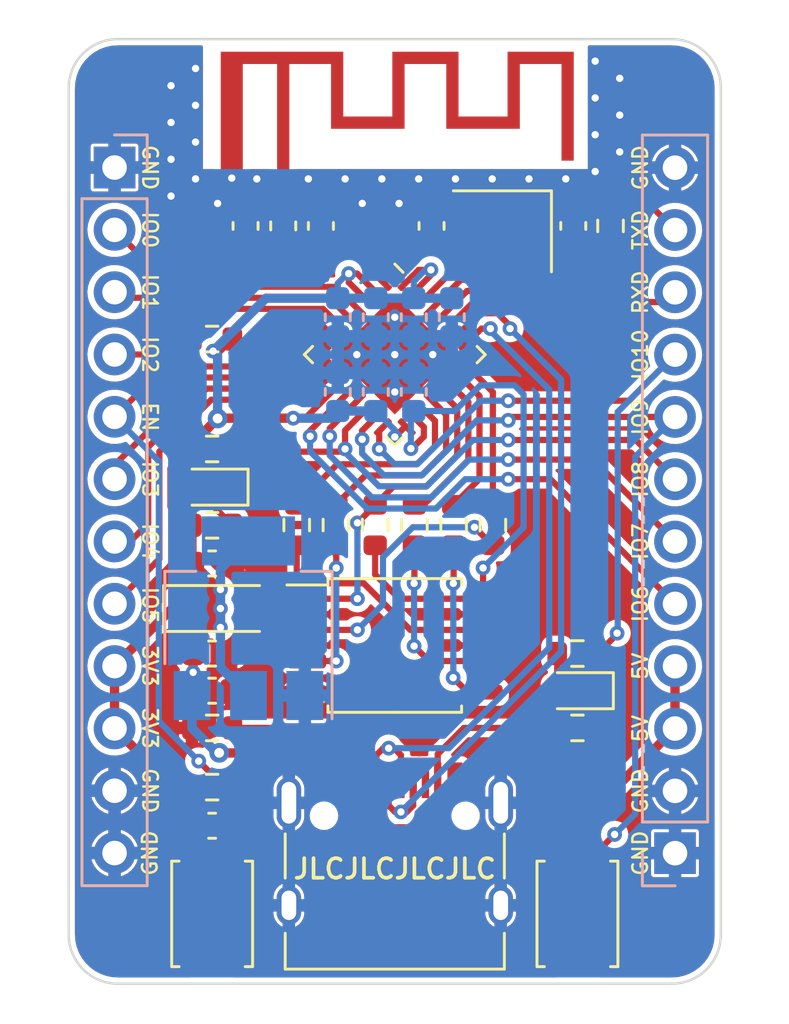
<source format=kicad_pcb>
(kicad_pcb (version 20211014) (generator pcbnew)
  (layers (0 "F.Cu" signal) (31 "B.Cu" signal) (34 "B.Paste" user) (35 "F.Paste" user) (36 "B.SilkS" user "B.Silkscreen") (37 "F.SilkS" user "F.Silkscreen") (38 "B.Mask" user) (39 "F.Mask" user) (44 "Edge.Cuts" user))
  (net 0 "")
  (net 1 "Net-(AE1-Pad1)")
  (net 2 "GND")
  (net 3 "Net-(C1-Pad2)")
  (net 4 "Net-(C2-Pad2)")
  (net 5 "VDD_SPI")
  (net 6 "+3.3V")
  (net 7 "VBUS")
  (net 8 "CHIP_EN")
  (net 9 "LNA_IN")
  (net 10 "Net-(J1-PadA5)")
  (net 11 "USB_D+")
  (net 12 "USB_D-")
  (net 13 "Net-(J1-PadB5)")
  (net 14 "GPIO0")
  (net 15 "GPIO1")
  (net 16 "GPIO2")
  (net 17 "GPIO3")
  (net 18 "GPIO4")
  (net 19 "GPIO5")
  (net 20 "GPIO6")
  (net 21 "GPIO7")
  (net 22 "GPIO8")
  (net 23 "GPIO9")
  (net 24 "GPIO10")
  (net 25 "U0RXD")
  (net 26 "U0TXD")
  (net 27 "Net-(R3-Pad1)")
  (net 28 "Net-(R4-Pad1)")
  (net 29 "SPIQ")
  (net 30 "Net-(R5-Pad1)")
  (net 31 "SPID")
  (net 32 "Net-(R6-Pad1)")
  (net 33 "SPICLK")
  (net 34 "Net-(R7-Pad1)")
  (net 35 "SPIWP")
  (net 36 "Net-(R8-Pad1)")
  (net 37 "SPIHD")
  (net 38 "SPICS0")
  (net 39 "Net-(D1-Pad2)")
  (net 40 "Net-(D2-Pad2)")
  (footprint "Package_DFN_QFN:QFN-32-1EP_5x5mm_P0.5mm_EP3.45x3.45mm" (layer "F.Cu") (at 100 97.46 -45)
    (fp_text reference "U1")
    (fp_text value "ESP32-C3")
  )
  (footprint "Capacitor_SMD:C_0603_1608Metric" (layer "F.Cu") (at 93.913301 92.215 90)
    (fp_text reference "C16")
    (fp_text value "1pF")
  )
  (footprint "Resistor_SMD:R_0603_1608Metric" (layer "F.Cu") (at 107.45 109.643154 180)
    (fp_text reference "R10")
    (fp_text value "300")
  )
  (footprint "Capacitor_SMD:C_0603_1608Metric" (layer "F.Cu") (at 92.55 116.661301 180)
    (fp_text reference "C14")
    (fp_text value "100nF")
  )
  (footprint "Resistor_SMD:R_0603_1608Metric" (layer "F.Cu") (at 104 104.4064 -90)
    (fp_text reference "R4")
    (fp_text value "100")
  )
  (footprint "Capacitor_SMD:C_0603_1608Metric" (layer "F.Cu") (at 92.55 111.158876)
    (fp_text reference "C7")
    (fp_text value "10uF")
  )
  (footprint "Capacitor_SMD:C_0603_1608Metric" (layer "F.Cu") (at 101.5 92.215 -90)
    (fp_text reference "C2")
    (fp_text value "15pF")
  )
  (footprint "RF_Antenna:Texas_SWRA117D_2.4GHz_Right" (layer "F.Cu") (at 95.450001 90.265)
    (fp_text reference "AE1")
    (fp_text value "ANT_PCB_2.4G")
  )
  (footprint "Capacitor_SMD:C_0603_1608Metric" (layer "F.Cu") (at 107.28 92.215 90)
    (fp_text reference "C1")
    (fp_text value "15pF")
  )
  (footprint "Resistor_SMD:R_0603_1608Metric" (layer "F.Cu") (at 99.2 104.4064 90)
    (fp_text reference "R12")
    (fp_text value "10k")
  )
  (footprint "Capacitor_SMD:C_0603_1608Metric" (layer "F.Cu") (at 92.55 109.643154)
    (fp_text reference "C9")
    (fp_text value "100nF")
  )
  (footprint "Resistor_SMD:R_0603_1608Metric" (layer "F.Cu") (at 96 104.4064 -90)
    (fp_text reference "R8")
    (fp_text value "100")
  )
  (footprint "Capacitor_Tantalum_SMD:CP_EIA-3216-18_Kemet-A" (layer "F.Cu") (at 92.8825 107.807432)
    (fp_text reference "C13")
    (fp_text value "10uF")
  )
  (footprint "Inductor_SMD:L_0603_1608Metric" (layer "F.Cu") (at 95.450001 92.215 90)
    (fp_text reference "L1")
    (fp_text value "2nH")
  )
  (footprint "Package_SO:SOIC-8_5.23x5.23mm_P1.27mm" (layer "F.Cu") (at 100 109.3138)
    (fp_text reference "U3")
    (fp_text value "W25Q128JVS")
  )
  (footprint "LED_SMD:LED_0603_1608Metric" (layer "F.Cu") (at 92.53 102.860266 180)
    (fp_text reference "D1")
    (fp_text value "Red")
  )
  (footprint "Resistor_SMD:R_0603_1608Metric" (layer "F.Cu") (at 107.45 112.6746)
    (fp_text reference "R2")
    (fp_text value "5.1k")
  )
  (footprint "Resistor_SMD:R_0603_1608Metric" (layer "F.Cu") (at 102.4 104.4064 -90)
    (fp_text reference "R5")
    (fp_text value "100")
  )
  (footprint "Resistor_SMD:R_0603_1608Metric" (layer "F.Cu") (at 92.55 101.304544 180)
    (fp_text reference "R14")
    (fp_text value "10k")
  )
  (footprint "Resistor_SMD:R_0603_1608Metric" (layer "F.Cu") (at 92.55 115.0876)
    (fp_text reference "R11")
    (fp_text value "10k")
  )
  (footprint "Resistor_SMD:R_0603_1608Metric" (layer "F.Cu") (at 97.6 104.4064 -90)
    (fp_text reference "R7")
    (fp_text value "100")
  )
  (footprint "LED_SMD:LED_0603_1608Metric" (layer "F.Cu") (at 107.43 111.158877 180)
    (fp_text reference "D2")
    (fp_text value "Blue")
  )
  (footprint "Project_Library:SW_3x4" (layer "F.Cu") (at 92.55 120.255 90)
    (fp_text reference "SW1")
    (fp_text value "SW_3x4")
  )
  (footprint "Capacitor_SMD:C_0603_1608Metric" (layer "F.Cu") (at 96.986701 92.215 90)
    (fp_text reference "C15")
    (fp_text value "1pF")
  )
  (footprint "Project_Library:YX_USB_C_16P" (layer "F.Cu") (at 100 118.42)
    (fp_text reference "J1")
    (fp_text value "YX_USB_C_16P")
  )
  (footprint "Resistor_SMD:R_0603_1608Metric" (layer "F.Cu") (at 92.55 112.6746 180)
    (fp_text reference "R1")
    (fp_text value "5.1k")
  )
  (footprint "Resistor_SMD:R_0603_1608Metric" (layer "F.Cu") (at 92.55 96.825)
    (fp_text reference "R13")
    (fp_text value "10k")
  )
  (footprint "Resistor_SMD:R_0603_1608Metric" (layer "F.Cu") (at 100.8 104.4064 -90)
    (fp_text reference "R6")
    (fp_text value "100")
  )
  (footprint "Project_Library:SW_3x4" (layer "F.Cu") (at 107.45 120.255 -90)
    (fp_text reference "SW2")
    (fp_text value "SW_3x4")
  )
  (footprint "Crystal:Crystal_SMD_3225-4Pin_3.2x2.5mm" (layer "F.Cu") (at 104.39 92.435 180)
    (fp_text reference "Y1")
    (fp_text value "40MHz")
  )
  (footprint "Resistor_SMD:R_0603_1608Metric" (layer "F.Cu") (at 108.8 92.215 90)
    (fp_text reference "R3")
    (fp_text value "300")
  )
  (footprint "Capacitor_SMD:C_0603_1608Metric" (layer "F.Cu") (at 92.55 105.97171)
    (fp_text reference "C12")
    (fp_text value "100nF")
  )
  (footprint "Resistor_SMD:R_0603_1608Metric" (layer "F.Cu") (at 92.55 104.415988)
    (fp_text reference "R9")
    (fp_text value "300")
  )
  (footprint "Capacitor_SMD:C_0603_1608Metric" (layer "B.Cu") (at 97.675 98.983618 90)
    (fp_text reference "C6")
    (fp_text value "100nF")
  )
  (footprint "Capacitor_SMD:C_0603_1608Metric" (layer "B.Cu") (at 99.225 98.983618 90)
    (fp_text reference "C8")
    (fp_text value "100nF")
  )
  (footprint "Capacitor_SMD:C_0603_1608Metric" (layer "B.Cu") (at 100.775 98.983618 90)
    (fp_text reference "C3")
    (fp_text value "1uF")
  )
  (footprint "Package_TO_SOT_SMD:SOT-223-3_TabPin2" (layer "B.Cu") (at 94.031 108.2042 90)
    (fp_text reference "U2")
    (fp_text value "AMS1117-3.3")
  )
  (footprint "Capacitor_SMD:C_0603_1608Metric" (layer "B.Cu") (at 102.325 95.936382 -90)
    (fp_text reference "C10")
    (fp_text value "1uF")
  )
  (footprint "Capacitor_SMD:C_0603_1608Metric" (layer "B.Cu") (at 100.775 95.936382 -90)
    (fp_text reference "C11")
    (fp_text value "100nF")
  )
  (footprint "Capacitor_SMD:C_0603_1608Metric" (layer "B.Cu") (at 97.675 95.936382 -90)
    (fp_text reference "C5")
    (fp_text value "100nF")
  )
  (footprint "Connector_PinHeader_2.54mm:PinHeader_1x12_P2.54mm_Vertical" (layer "B.Cu") (at 111.43 117.78)
    (fp_text reference "J3")
    (fp_text value "Conn_01x12")
  )
  (footprint "Connector_PinHeader_2.54mm:PinHeader_1x12_P2.54mm_Vertical" (layer "B.Cu") (at 88.57 89.835 180)
    (fp_text reference "J2")
    (fp_text value "Conn_01x12")
  )
  (footprint "Capacitor_SMD:C_0603_1608Metric" (layer "B.Cu") (at 99.225 95.936382 -90)
    (fp_text reference "C4")
    (fp_text value "10uF")
  )
  (gr_arc (start 113.300001 121.1) (mid 112.714214 122.514214) (end 111.3 123.100001) (layer "Edge.Cuts") (width 0.1))
  (gr_line (start 88.7 84.599999) (end 111.3 84.599999) (layer "Edge.Cuts") (width 0.1))
  (gr_line (start 86.7 121.1) (end 86.699999 86.6) (layer "Edge.Cuts") (width 0.1))
  (gr_arc (start 88.7 123.1) (mid 87.285786 122.514214) (end 86.7 121.1) (layer "Edge.Cuts") (width 0.1))
  (gr_line (start 88.7 123.1) (end 111.3 123.100001) (layer "Edge.Cuts") (width 0.1))
  (gr_arc (start 111.3 84.599999) (mid 112.714215 85.185785) (end 113.300001 86.6) (layer "Edge.Cuts") (width 0.1))
  (gr_arc (start 86.699999 86.6) (mid 87.285786 85.185786) (end 88.7 84.599999) (layer "Edge.Cuts") (width 0.1))
  (gr_line (start 113.300001 121.1) (end 113.300001 86.6) (layer "Edge.Cuts") (width 0.1))
  (gr_text "GND" (at 110.0136 117.780001 90) (layer "F.SilkS") (effects (font (size 0.6 0.6) (thickness 0.1))))
  (gr_text "IO4" (at 90.0136 105.075 270) (layer "F.SilkS") (effects (font (size 0.6 0.6) (thickness 0.1))))
  (gr_text "IO5" (at 90.0136 107.672143 270) (layer "F.SilkS") (effects (font (size 0.6 0.6) (thickness 0.1))))
  (gr_text "GND" (at 90.0136 89.835 270) (layer "F.SilkS") (effects (font (size 0.6 0.6) (thickness 0.1))))
  (gr_text "GND" (at 90.0136 117.775001 90) (layer "F.SilkS") (effects (font (size 0.6 0.6) (thickness 0.1))))
  (gr_text "RXD" (at 110.0136 94.920001 90) (layer "F.SilkS") (effects (font (size 0.6 0.6) (thickness 0.1))))
  (gr_text "IO9" (at 110.0136 100 90) (layer "F.SilkS") (effects (font (size 0.6 0.6) (thickness 0.1))))
  (gr_text "IO3" (at 90.0136 102.535 270) (layer "F.SilkS") (effects (font (size 0.6 0.6) (thickness 0.1))))
  (gr_text "IO1" (at 90.0136 94.915 270) (layer "F.SilkS") (effects (font (size 0.6 0.6) (thickness 0.1))))
  (gr_text "IO6" (at 110.0136 107.62 90) (layer "F.SilkS") (effects (font (size 0.6 0.6) (thickness 0.1))))
  (gr_text "GND" (at 110.0136 89.840001 90) (layer "F.SilkS") (effects (font (size 0.6 0.6) (thickness 0.1))))
  (gr_text "IO8" (at 110.0136 102.54 90) (layer "F.SilkS") (effects (font (size 0.6 0.6) (thickness 0.1))))
  (gr_text "3V3" (at 90.0136 110.155 270) (layer "F.SilkS") (effects (font (size 0.6 0.6) (thickness 0.1))))
  (gr_text "GND" (at 110.0136 115.240001 90) (layer "F.SilkS") (effects (font (size 0.6 0.6) (thickness 0.1))))
  (gr_text "GND" (at 90.0136 115.235 270) (layer "F.SilkS") (effects (font (size 0.6 0.6) (thickness 0.1))))
  (gr_text "3V3" (at 90.0136 112.695 270) (layer "F.SilkS") (effects (font (size 0.6 0.6) (thickness 0.1))))
  (gr_text "IO7" (at 110.0136 105.08 90) (layer "F.SilkS") (effects (font (size 0.6 0.6) (thickness 0.1))))
  (gr_text "IO10" (at 110.0136 97.460001 90) (layer "F.SilkS") (effects (font (size 0.6 0.6) (thickness 0.1))))
  (gr_text "EN\n" (at 90.0136 99.995 270) (layer "F.SilkS") (effects (font (size 0.6 0.6) (thickness 0.1))))
  (gr_text "IO0" (at 90.0136 92.375 270) (layer "F.SilkS") (effects (font (size 0.6 0.6) (thickness 0.1))))
  (gr_text "TXD" (at 110.0136 92.380001 90) (layer "F.SilkS") (effects (font (size 0.6 0.6) (thickness 0.1))))
  (gr_text "5V" (at 110.0136 112.7 90) (layer "F.SilkS") (effects (font (size 0.6 0.6) (thickness 0.1))))
  (gr_text "JLCJLCJLCJLC" (at 100 118.42) (layer "F.SilkS") (effects (font (size 0.8 0.8))))
  (gr_text "5V" (at 110.0136 110.16 90) (layer "F.SilkS") (effects (font (size 0.6 0.6) (thickness 0.1))))
  (gr_text "IO2" (at 90.0136 97.455 270) (layer "F.SilkS") (effects (font (size 0.6 0.6) (thickness 0.1))))
  (segment (start 95.450001 91.4275) (end 95.450001 90.265) (width 0.25) (layer "F.Cu") (net 1))
  (segment (start 93.913301 92.9642) (end 95.450001 91.4275) (width 0.25) (layer "F.Cu") (net 1))
  (segment (start 93.913301 92.99) (end 93.913301 92.9642) (width 0.25) (layer "F.Cu") (net 1))
  (segment (start 93.350001 90.945998) (end 92.997199 91.2988) (width 0.254) (layer "F.Cu") (net 2))
  (segment (start 91.725 112.6746) (end 91.809276 112.6746) (width 0.381) (layer "F.Cu") (net 2))
  (segment (start 94.3398 90.265) (end 94.3736 90.2988) (width 0.254) (layer "F.Cu") (net 2))
  (segment (start 93.350001 90.265) (end 91.9074 90.265) (width 0.254) (layer "F.Cu") (net 2))
  (segment (start 94.2325 107.807432) (end 94.2325 106.87921) (width 0.381) (layer "F.Cu") (net 2))
  (segment (start 94.2325 106.87921) (end 93.325 105.97171) (width 0.381) (layer "F.Cu") (net 2))
  (segment (start 91.9074 90.265) (end 91.8736 90.2988) (width 0.254) (layer "F.Cu") (net 2))
  (segment (start 93.350001 90.265) (end 94.3398 90.265) (width 0.254) (layer "F.Cu") (net 2))
  (segment (start 105.785 92.99) (end 105.49 93.285) (width 0.254) (layer "F.Cu") (net 2))
  (segment (start 101.5 91.44) (end 103.145 91.44) (width 0.254) (layer "F.Cu") (net 2))
  (segment (start 92.997199 91.2988) (end 92.7736 91.2988) (width 0.254) (layer "F.Cu") (net 2))
  (segment (start 103.145 91.44) (end 103.29 91.585) (width 0.254) (layer "F.Cu") (net 2))
  (segment (start 107.28 92.99) (end 105.785 92.99) (width 0.254) (layer "F.Cu") (net 2))
  (segment (start 93.350001 90.265) (end 93.350001 90.945998) (width 0.254) (layer "F.Cu") (net 2))
  (segment (start 94.2325 108.735654) (end 93.325 109.643154) (width 0.381) (layer "F.Cu") (net 2))
  (segment (start 91.809276 112.6746) (end 93.325 111.158876) (width 0.381) (layer "F.Cu") (net 2))
  (segment (start 94.2325 107.807432) (end 94.2325 108.735654) (width 0.381) (layer "F.Cu") (net 2))
  (via (at 108.1736 88.4988) (size 0.6) (drill 0.3) (layers "F.Cu" "B.Cu") (net 2))
  (via (at 109.1736 86.1988) (size 0.6) (drill 0.3) (layers "F.Cu" "B.Cu") (net 2))
  (via (at 90.8736 89.4988) (size 0.6) (drill 0.3) (layers "F.Cu" "B.Cu") (net 2))
  (via (at 100.9736 90.2988) (size 0.6) (drill 0.3) (layers "F.Cu" "B.Cu") (net 2))
  (via (at 98.45 97.46) (size 0.6) (drill 0.3) (layers "F.Cu" "B.Cu") (net 2))
  (via (at 99.4736 90.2988) (size 0.6) (drill 0.3) (layers "F.Cu" "B.Cu") (net 2))
  (via (at 94.3736 90.2988) (size 0.6) (drill 0.3) (layers "F.Cu" "B.Cu") (net 2))
  (via (at 96.4736 90.2988) (size 0.6) (drill 0.3) (layers "F.Cu" "B.Cu") (net 2))
  (via (at 92.7736 91.2988) (size 0.6) (drill 0.3) (layers "F.Cu" "B.Cu") (net 2))
  (via (at 108.1736 89.9988) (size 0.6) (drill 0.3) (layers "F.Cu" "B.Cu") (net 2))
  (via (at 91.8736 90.2988) (size 0.6) (drill 0.3) (layers "F.Cu" "B.Cu") (net 2))
  (via (at 109.1736 89.1988) (size 0.6) (drill 0.3) (layers "F.Cu" "B.Cu") (net 2))
  (via (at 109.1736 87.6988) (size 0.6) (drill 0.3) (layers "F.Cu" "B.Cu") (net 2))
  (via (at 103.9736 90.2988) (size 0.6) (drill 0.3) (layers "F.Cu" "B.Cu") (net 2))
  (via (at 100 98.983617) (size 0.6) (drill 0.3) (layers "F.Cu" "B.Cu") (net 2))
  (via (at 97.9736 90.2988) (size 0.6) (drill 0.3) (layers "F.Cu" "B.Cu") (net 2))
  (via (at 98.6736 91.2988) (size 0.6) (drill 0.3) (layers "F.Cu" "B.Cu") (net 2))
  (via (at 108.1736 86.9988) (size 0.6) (drill 0.3) (layers "F.Cu" "B.Cu") (net 2))
  (via (at 91.8736 87.2988) (size 0.6) (drill 0.3) (layers "F.Cu" "B.Cu") (net 2))
  (via (at 101.55 97.46) (size 0.6) (drill 0.3) (layers "F.Cu" "B.Cu") (net 2))
  (via (at 102.4736 90.2988) (size 0.6) (drill 0.3) (layers "F.Cu" "B.Cu") (net 2))
  (via (at 90.8736 90.9988) (size 0.6) (drill 0.3) (layers "F.Cu" "B.Cu") (net 2))
  (via (at 90.8736 86.4988) (size 0.6) (drill 0.3) (layers "F.Cu" "B.Cu") (net 2))
  (via (at 100 97.46) (size 0.6) (drill 0.3) (layers "F.Cu" "B.Cu") (net 2))
  (via (at 100 95.936381) (size 0.6) (drill 0.3) (layers "F.Cu" "B.Cu") (net 2))
  (via (at 108.1736 85.4988) (size 0.6) (drill 0.3) (layers "F.Cu" "B.Cu") (net 2))
  (via (at 91.8736 88.7988) (size 0.6) (drill 0.3) (layers "F.Cu" "B.Cu") (net 2))
  (via (at 91.8736 85.7988) (size 0.6) (drill 0.3) (layers "F.Cu" "B.Cu") (net 2))
  (via (at 100.1736 91.2988) (size 0.6) (drill 0.3) (layers "F.Cu" "B.Cu") (net 2))
  (via (at 90.8736 87.9988) (size 0.6) (drill 0.3) (layers "F.Cu" "B.Cu") (net 2))
  (via (at 105.4736 90.2988) (size 0.6) (drill 0.3) (layers "F.Cu" "B.Cu") (net 2))
  (via (at 106.9736 90.2988) (size 0.6) (drill 0.3) (layers "F.Cu" "B.Cu") (net 2))
  (segment (start 102.695447 94.411) (end 101.546796 95.559651) (width 0.254) (layer "F.Cu") (net 3))
  (segment (start 104.118 94.411) (end 102.695447 94.411) (width 0.254) (layer "F.Cu") (net 3))
  (segment (start 105.49 91.585) (end 105.39 91.585) (width 0.254) (layer "F.Cu") (net 3))
  (segment (start 105.39 91.585) (end 104.39 92.585) (width 0.254) (layer "F.Cu") (net 3))
  (segment (start 104.39 92.585) (end 104.39 94.139) (width 0.254) (layer "F.Cu") (net 3))
  (segment (start 107.279999 91.44) (end 105.635 91.44) (width 0.254) (layer "F.Cu") (net 3))
  (segment (start 104.39 94.139) (end 104.118 94.411) (width 0.254) (layer "F.Cu") (net 3))
  (segment (start 105.635 91.44) (end 105.49 91.585) (width 0.254) (layer "F.Cu") (net 3))
  (segment (start 103.29 93.285) (end 103.11434 93.285) (width 0.254) (layer "F.Cu") (net 4))
  (segment (start 103.29 93.285) (end 102.995 92.99) (width 0.254) (layer "F.Cu") (net 4))
  (segment (start 102.995 92.99) (end 101.5 92.99) (width 0.254) (layer "F.Cu") (net 4))
  (segment (start 103.11434 93.285) (end 101.193243 95.206097) (width 0.254) (layer "F.Cu") (net 4))
  (segment (start 101.184995 100.803317) (end 100.698242 101.29007) (width 0.254) (layer "F.Cu") (net 5))
  (segment (start 100.184852 107.4088) (end 103.6 107.4088) (width 0.254) (layer "F.Cu") (net 5))
  (segment (start 100.839689 100.067456) (end 101.184995 100.412762) (width 0.254) (layer "F.Cu") (net 5))
  (segment (start 99.2 105.2314) (end 99.2 106.423949) (width 0.254) (layer "F.Cu") (net 5))
  (segment (start 99.2 106.423949) (end 100.184852 107.4088) (width 0.254) (layer "F.Cu") (net 5))
  (segment (start 100.698242 101.29007) (end 100.656323 101.29007) (width 0.254) (layer "F.Cu") (net 5))
  (segment (start 101.184995 100.412762) (end 101.184995 100.803317) (width 0.254) (layer "F.Cu") (net 5))
  (segment (start 103.6 107.4088) (end 103.6 106.1553) (width 0.254) (layer "F.Cu") (net 5))
  (via (at 100.656323 101.29007) (size 0.6) (drill 0.3) (layers "F.Cu" "B.Cu") (net 5))
  (via (at 103.6 106.1553) (size 0.6) (drill 0.3) (layers "F.Cu" "B.Cu") (net 5))
  (segment (start 105.2535 99.079888) (end 105.2535 104.5018) (width 0.254) (layer "B.Cu") (net 5))
  (segment (start 100.656323 99.877295) (end 100.775 99.758618) (width 0.254) (layer "B.Cu") (net 5))
  (segment (start 100.656323 101.29007) (end 100.656323 99.877295) (width 0.254) (layer "B.Cu") (net 5))
  (segment (start 103.490148 98.7126) (end 104.886212 98.7126) (width 0.254) (layer "B.Cu") (net 5))
  (segment (start 104.886212 98.7126) (end 105.2535 99.079888) (width 0.254) (layer "B.Cu") (net 5))
  (segment (start 100.775 99.758618) (end 102.44413 99.758618) (width 0.254) (layer "B.Cu") (net 5))
  (segment (start 105.2535 104.5018) (end 103.6 106.1553) (width 0.254) (layer "B.Cu") (net 5))
  (segment (start 102.44413 99.758618) (end 103.490148 98.7126) (width 0.254) (layer "B.Cu") (net 5))
  (segment (start 92.58963 97.3181) (end 92.8819 97.3181) (width 0.254) (layer "F.Cu") (net 6))
  (segment (start 91.690588 104.415988) (end 90.9145 103.6399) (width 0.381) (layer "F.Cu") (net 6))
  (segment (start 92.835722 107.032432) (end 91.775 105.97171) (width 0.381) (layer "F.Cu") (net 6))
  (segment (start 92.888 107.032432) (end 92.122632 107.032432) (width 0.381) (layer "F.Cu") (net 6))
  (segment (start 100.486136 94.49899) (end 100.979526 94.0056) (width 0.254) (layer "F.Cu") (net 6))
  (segment (start 91.775 105.9736) (end 91.7958 105.9944) (width 0.381) (layer "F.Cu") (net 6))
  (segment (start 92.888 107.032432) (end 92.738968 107.032432) (width 0.381) (layer "F.Cu") (net 6))
  (segment (start 92.888 107.032432) (end 92.452832 107.032432) (width 0.381) (layer "F.Cu") (net 6))
  (segment (start 92.307499 108.582431) (end 91.5325 107.807432) (width 0.381) (layer "F.Cu") (net 6))
  (segment (start 91.7958 107.544132) (end 91.5325 107.807432) (width 0.381) (layer "F.Cu") (net 6))
  (segment (start 100.486136 100.42101) (end 100.397042 100.42101) (width 0.254) (layer "F.Cu") (net 6))
  (segment (start 92.5832 108.2804) (end 92.4562 108.2804) (width 0.381) (layer "F.Cu") (net 6))
  (segment (start 92.122632 107.032432) (end 92.0244 106.9342) (width 0.381) (layer "F.Cu") (net 6))
  (segment (start 92.888 108.582431) (end 92.307499 108.582431) (width 0.381) (layer "F.Cu") (net 6))
  (segment (start 92.888 107.032432) (end 92.3075 107.032432) (width 0.381) (layer "F.Cu") (net 6))
  (segment (start 99.160311 94.852544) (end 98.465767 94.158) (width 0.254) (layer "F.Cu") (net 6))
  (segment (start 92.888 107.032432) (end 92.835722 107.032432) (width 0.381) (layer "F.Cu") (net 6))
  (segment (start 92.77359 100.06309) (end 92.78588 100.0508) (width 0.381) (layer "F.Cu") (net 6))
  (segment (start 92.888 107.032432) (end 92.888 107.807432) (width 0.381) (layer "F.Cu") (net 6))
  (segment (start 91.7958 105.9944) (end 91.7958 107.544132) (width 0.381) (layer "F.Cu") (net 6))
  (segment (start 98.1204 94.5136) (end 98.1204 94.158) (width 0.254) (layer "F.Cu") (net 6))
  (segment (start 92.452832 107.032432) (end 91.999 106.5786) (width 0.381) (layer "F.Cu") (net 6))
  (segment (start 98.465767 94.158) (end 98.1204 94.158) (width 0.254) (layer "F.Cu") (net 6))
  (segment (start 92.78588 100.0508) (end 95.8598 100.0508) (width 0.381) (layer "F.Cu") (net 6))
  (segment (start 90.9145 103.6399) (end 90.9145 102.115044) (width 0.381) (layer "F.Cu") (net 6))
  (segment (start 91.725 105.92171) (end 91.775 105.97171) (width 0.381) (layer "F.Cu") (net 6))
  (segment (start 91.725 101.11168) (end 92.77359 100.06309) (width 0.381) (layer "F.Cu") (net 6))
  (segment (start 100.397042 100.42101) (end 100.001313 100.816739) (width 0.254) (layer "F.Cu") (net 6))
  (segment (start 88.57 110.155) (end 90.917568 107.807432) (width 0.381) (layer "F.Cu") (net 6))
  (segment (start 88.57 112.695) (end 88.57 110.155) (width 0.381) (layer "F.Cu") (net 6))
  (segment (start 92.738968 107.032432) (end 92.2784 107.493) (width 0.381) (layer "F.Cu") (net 6))
  (segment (start 92.888 107.807432) (end 92.888 108.582431) (width 0.381) (layer "F.Cu") (net 6))
  (segment (start 90.9626 115.0876) (end 88.57 112.695) (width 0.381) (layer "F.Cu") (net 6))
  (segment (start 101.4732 94.219033) (end 101.4732 94.0056) (width 0.254) (layer "F.Cu") (net 6))
  (segment (start 91.725 104.415988) (end 91.690588 104.415988) (width 0.381) (layer "F.Cu") (net 6))
  (segment (start 92.888 107.807432) (end 92.888 107.9756) (width 0.381) (layer "F.Cu") (net 6))
  (segment (start 90.9145 102.115044) (end 91.725 101.304544) (width 0.381) (layer "F.Cu") (net 6))
  (segment (start 97.746097 98.653243) (end 96.34854 100.0508) (width 0.254) (layer "F.Cu") (net 6))
  (segment (start 92.888 107.9756) (end 92.5832 108.2804) (width 0.381) (layer "F.Cu") (net 6))
  (segment (start 92.3075 107.032432) (end 91.5325 107.807432) (width 0.381) (layer "F.Cu") (net 6))
  (segment (start 96.34854 100.0508) (end 95.8598 100.0508) (width 0.254) (layer "F.Cu") (net 6))
  (segment (start 91.725 104.415988) (end 91.725 105.92171) (width 0.381) (layer "F.Cu") (net 6))
  (segment (start 91.725 101.304544) (end 91.725 101.11168) (width 0.381) (layer "F.Cu") (net 6))
  (segment (start 91.5325 107.807432) (end 92.888 107.807432) (width 0.381) (layer "F.Cu") (net 6))
  (segment (start 91.725 115.0876) (end 90.9626 115.0876) (width 0.381) (layer "F.Cu") (net 6))
  (segment (start 92.2784 107.493) (end 92.634 107.493) (width 0.381) (layer "F.Cu") (net 6))
  (segment (start 98.806757 95.206097) (end 98.806757 95.199957) (width 0.254) (layer "F.Cu") (net 6))
  (segment (start 100.979526 94.0056) (end 101.4732 94.0056) (width 0.254) (layer "F.Cu") (net 6))
  (segment (start 92.8819 97.3181) (end 93.375 96.825) (width 0.254) (layer "F.Cu") (net 6))
  (segment (start 100.839689 94.852544) (end 101.4732 94.219033) (width 0.254) (layer "F.Cu") (net 6))
  (segment (start 92.4562 108.2804) (end 92.2784 108.1026) (width 0.381) (layer "F.Cu") (net 6))
  (segment (start 91.775 105.97171) (end 91.775 105.9736) (width 0.381) (layer "F.Cu") (net 6))
  (segment (start 90.917568 107.807432) (end 91.5325 107.807432) (width 0.381) (layer "F.Cu") (net 6))
  (segment (start 98.806757 95.199957) (end 98.1204 94.5136) (width 0.254) (layer "F.Cu") (net 6))
  (segment (start 92.3546 108.0264) (end 92.507 108.0264) (width 0.381) (layer "F.Cu") (net 6))
  (segment (start 92.2784 108.1026) (end 92.3546 108.0264) (width 0.381) (layer "F.Cu") (net 6))
  (via (at 92.77359 100.06309) (size 0.8) (drill 0.4) (layers "F.Cu" "B.Cu") (net 6))
  (via (at 95.8598 100.0508) (size 0.6) (drill 0.3) (layers "F.Cu" "B.Cu") (net 6))
  (via (at 92.888 107.807432) (size 0.6) (drill 0.3) (layers "F.Cu" "B.Cu") (net 6))
  (via (at 92.888 107.032432) (size 0.6) (drill 0.3) (layers "F.Cu" "B.Cu") (net 6))
  (via (at 100.001313 100.816739) (size 0.6) (drill 0.3) (layers "F.Cu" "B.Cu") (net 6))
  (via (at 92.58963 97.3181) (size 0.6) (drill 0.3) (layers "F.Cu" "B.Cu") (net 6))
  (via (at 101.4732 94.0056) (size 0.6) (drill 0.3) (layers "F.Cu" "B.Cu") (net 6))
  (via (at 98.1204 94.158) (size 0.6) (drill 0.3) (layers "F.Cu" "B.Cu") (net 6))
  (via (at 92.888 108.582431) (size 0.6) (drill 0.3) (layers "F.Cu" "B.Cu") (net 6))
  (segment (start 92.888 106.985) (end 92.888 106.1972) (width 0.381) (layer "B.Cu") (net 6))
  (segment (start 92.888 107.747) (end 92.888 106.985) (width 0.381) (layer "B.Cu") (net 6))
  (segment (start 92.888 106.1972) (end 94.031 105.0542) (width 0.381) (layer "B.Cu") (net 6))
  (segment (start 100.001313 100.534931) (end 99.225 99.758618) (width 0.254) (layer "B.Cu") (net 6))
  (segment (start 99.225 99.758618) (end 97.675 99.758618) (width 0.381) (layer "B.Cu") (net 6))
  (segment (start 97.675 94.5526) (end 97.675 95.161382) (width 0.254) (layer "B.Cu") (net 6))
  (segment (start 98.1204 94.158) (end 98.0696 94.158) (width 0.254) (layer "B.Cu") (net 6))
  (segment (start 94.031 111.3542) (end 92.888 110.2112) (width 0.381) (layer "B.Cu") (net 6))
  (segment (start 97.382818 100.0508) (end 97.675 99.758618) (width 0.381) (layer "B.Cu") (net 6))
  (segment (start 101.2446 94.0056) (end 100.775 94.4752) (width 0.254) (layer "B.Cu") (net 6))
  (segment (start 99.225 95.161382) (end 100.775 95.161382) (width 0.381) (layer "B.Cu") (net 6))
  (segment (start 94.746348 95.161382) (end 97.675 95.161382) (width 0.381) (layer "B.Cu") (net 6))
  (segment (start 92.888 110.2112) (end 92.888 108.5852) (width 0.381) (layer "B.Cu") (net 6))
  (segment (start 97.675 95.161382) (end 99.225 95.161382) (width 0.381) (layer "B.Cu") (net 6))
  (segment (start 92.77359 97.50206) (end 92.58963 97.3181) (width 0.381) (layer "B.Cu") (net 6))
  (segment (start 100.775 94.4752) (end 100.775 95.161382) (width 0.254) (layer "B.Cu") (net 6))
  (segment (start 92.77359 100.06309) (end 92.77359 97.50206) (width 0.381) (layer "B.Cu") (net 6))
  (segment (start 92.58963 97.3181) (end 94.746348 95.161382) (width 0.381) (layer "B.Cu") (net 6))
  (segment (start 92.888 108.5852) (end 92.888 107.747) (width 0.381) (layer "B.Cu") (net 6))
  (segment (start 98.0696 94.158) (end 97.675 94.5526) (width 0.254) (layer "B.Cu") (net 6))
  (segment (start 100.001313 100.816739) (end 100.001313 100.534931) (width 0.254) (layer "B.Cu") (net 6))
  (segment (start 101.4732 94.0056) (end 101.2446 94.0056) (width 0.254) (layer "B.Cu") (net 6))
  (segment (start 100.775 95.161382) (end 102.325 95.161382) (width 0.381) (layer "B.Cu") (net 6))
  (segment (start 95.8598 100.0508) (end 97.382818 100.0508) (width 0.381) (layer "B.Cu") (net 6))
  (segment (start 102.45 115.5837) (end 102.45 114.81) (width 0.381) (layer "F.Cu") (net 7))
  (segment (start 97.55 114.0092) (end 97.55 114.81) (width 0.381) (layer "F.Cu") (net 7))
  (segment (start 111.43 112.7) (end 106.9312 117.1988) (width 0.381) (layer "F.Cu") (net 7))
  (segment (start 101.6515 117.1988) (end 101.2432 116.7905) (width 0.381) (layer "F.Cu") (net 7))
  (segment (start 111.43 110.16) (end 111.43 112.7) (width 0.381) (layer "F.Cu") (net 7))
  (segment (start 92.8372 113.6906) (end 92.8372 113.686) (width 0.381) (layer "F.Cu") (net 7))
  (segment (start 92.8411 113.6945) (end 97.2353 113.6945) (width 0.381) (layer "F.Cu") (net 7))
  (segment (start 97.55 114.81) (end 97.55 115.5837) (width 0.381) (layer "F.Cu") (net 7))
  (segment (start 91.775 110.4094) (end 91.775 111.158876) (width 0.381) (layer "F.Cu") (net 7))
  (segment (start 97.2353 113.6945) (end 97.55 114.0092) (width 0.381) (layer "F.Cu") (net 7))
  (segment (start 91.775 109.643154) (end 91.775 110.4094) (width 0.381) (layer "F.Cu") (net 7))
  (segment (start 97.55 115.5837) (end 98.7568 116.7905) (width 0.381) (layer "F.Cu") (net 7))
  (segment (start 106.9312 117.1988) (end 101.6515 117.1988) (width 0.381) (layer "F.Cu") (net 7))
  (segment (start 101.2432 116.7905) (end 102.45 115.5837) (width 0.381) (layer "F.Cu") (net 7))
  (segment (start 98.7568 116.7905) (end 101.2432 116.7905) (width 0.381) (layer "F.Cu") (net 7))
  (segment (start 92.8372 113.6906) (end 92.8411 113.6945) (width 0.381) (layer "F.Cu") (net 7))
  (via (at 91.775 110.4094) (size 0.6) (drill 0.3) (layers "F.Cu" "B.Cu") (net 7))
  (via (at 92.8372 113.6906) (size 0.8) (drill 0.4) (layers "F.Cu" "B.Cu") (net 7))
  (segment (start 91.731 110.4534) (end 91.775 110.4094) (width 0.381) (layer "B.Cu") (net 7))
  (segment (start 92.7356 113.6906) (end 91.731 112.686) (width 0.381) (layer "B.Cu") (net 7))
  (segment (start 92.8372 113.6906) (end 92.7356 113.6906) (width 0.381) (layer "B.Cu") (net 7))
  (segment (start 91.731 111.3542) (end 91.731 110.4534) (width 0.381) (layer "B.Cu") (net 7))
  (segment (start 91.731 112.686) (end 91.731 111.3542) (width 0.381) (layer "B.Cu") (net 7))
  (segment (start 90.6224 97.9426) (end 88.57 99.995) (width 0.25) (layer "F.Cu") (net 8))
  (segment (start 96.817033 96.0448) (end 95.393486 96.0448) (width 0.25) (layer "F.Cu") (net 8))
  (segment (start 92.003077 114.028277) (end 93.0624 115.0876) (width 0.25) (layer "F.Cu") (net 8))
  (segment (start 93.325 116.661301) (end 93.325 117.43) (width 0.25) (layer "F.Cu") (net 8))
  (segment (start 95.393486 96.0448) (end 93.495686 97.9426) (width 0.25) (layer "F.Cu") (net 8))
  (segment (start 93.375 116.611301) (end 93.325 116.661301) (width 0.25) (layer "F.Cu") (net 8))
  (segment (start 93.375 115.0876) (end 93.375 116.611301) (width 0.25) (layer "F.Cu") (net 8))
  (segment (start 93.0624 115.0876) (end 93.375 115.0876) (width 0.25) (layer "F.Cu") (net 8))
  (segment (start 97.392544 96.620311) (end 96.817033 96.0448) (width 0.25) (layer "F.Cu") (net 8))
  (segment (start 92.003077 114.027264) (end 92.003077 114.028277) (width 0.25) (layer "F.Cu") (net 8))
  (segment (start 93.325 117.43) (end 92.55 118.205) (width 0.25) (layer "F.Cu") (net 8))
  (segment (start 93.495686 97.9426) (end 90.6224 97.9426) (width 0.25) (layer "F.Cu") (net 8))
  (via (at 92.003077 114.027264) (size 0.6) (drill 0.3) (layers "F.Cu" "B.Cu") (net 8))
  (segment (start 92.003077 114.027264) (end 90.3736 112.397787) (width 0.25) (layer "B.Cu") (net 8))
  (segment (start 90.3736 112.397787) (end 90.3736 101.7986) (width 0.25) (layer "B.Cu") (net 8))
  (segment (start 90.3736 101.7986) (end 88.57 99.995) (width 0.25) (layer "B.Cu") (net 8))
  (segment (start 95.450001 93.0025) (end 96.974201 93.0025) (width 0.25) (layer "F.Cu") (net 9))
  (segment (start 98.004874 92.99) (end 96.986701 92.99) (width 0.25) (layer "F.Cu") (net 9))
  (segment (start 96.974201 93.0025) (end 96.986701 92.99) (width 0.25) (layer "F.Cu") (net 9))
  (segment (start 99.513864 94.49899) (end 98.004874 92.99) (width 0.25) (layer "F.Cu") (net 9))
  (segment (start 97.6806 112.6746) (end 98.75 113.744) (width 0.254) (layer "F.Cu") (net 10))
  (segment (start 93.375 112.6746) (end 97.6806 112.6746) (width 0.254) (layer "F.Cu") (net 10))
  (segment (start 98.75 113.744) (end 98.75 114.81) (width 0.254) (layer "F.Cu") (net 10))
  (segment (start 100.489 116.1) (end 100.75 115.839) (width 0.254) (layer "F.Cu") (net 11))
  (segment (start 100.011 116.1) (end 99.75 115.839) (width 0.254) (layer "F.Cu") (net 11))
  (segment (start 104.188445 95.773) (end 104.699503 96.284059) (width 0.254) (layer "F.Cu") (net 11))
  (segment (start 102.607456 96.620311) (end 103.454767 95.773) (width 0.254) (layer "F.Cu") (net 11))
  (segment (start 100.75 115.839) (end 100.75 114.809999) (width 0.254) (layer "F.Cu") (net 11))
  (segment (start 100.25 116.1) (end 100.489 116.1) (width 0.254) (layer "F.Cu") (net 11))
  (segment (start 104.699503 96.284059) (end 104.699503 96.4) (width 0.254) (layer "F.Cu") (net 11))
  (segment (start 100.25 116.1) (end 100.011 116.1) (width 0.254) (layer "F.Cu") (net 11))
  (segment (start 103.454767 95.773) (end 104.188445 95.773) (width 0.254) (layer "F.Cu") (net 11))
  (segment (start 99.75 115.839) (end 99.75 114.81) (width 0.254) (layer "F.Cu") (net 11))
  (via (at 100.25 116.1) (size 0.6) (drill 0.3) (layers "F.Cu" "B.Cu") (net 11))
  (via (at 104.699503 96.4) (size 0.6) (drill 0.3) (layers "F.Cu" "B.Cu") (net 11))
  (segment (start 106.7818 98.482297) (end 104.699503 96.4) (width 0.254) (layer "B.Cu") (net 11))
  (segment (start 106.7818 109.5682) (end 106.7818 98.482297) (width 0.254) (layer "B.Cu") (net 11))
  (segment (start 100.25 116.1) (end 106.7818 109.5682) (width 0.254) (layer "B.Cu") (net 11))
  (segment (start 99.75 113.5) (end 99.969 113.5) (width 0.254) (layer "F.Cu") (net 12))
  (segment (start 99.530999 113.5) (end 99.249999 113.781) (width 0.254) (layer "F.Cu") (net 12))
  (segment (start 103.534874 96.4) (end 103.9 96.4) (width 0.254) (layer "F.Cu") (net 12))
  (segment (start 99.75 113.5) (end 99.530999 113.5) (width 0.254) (layer "F.Cu") (net 12))
  (segment (start 99.249999 113.781) (end 99.25 114.809999) (width 0.254) (layer "F.Cu") (net 12))
  (segment (start 99.969 113.5) (end 100.25 113.781) (width 0.254) (layer "F.Cu") (net 12))
  (segment (start 102.96101 96.973864) (end 103.534874 96.4) (width 0.254) (layer "F.Cu") (net 12))
  (segment (start 100.25 113.781) (end 100.25 114.81) (width 0.254) (layer "F.Cu") (net 12))
  (via (at 103.9 96.4) (size 0.6) (drill 0.3) (layers "F.Cu" "B.Cu") (net 12))
  (via (at 99.75 113.5) (size 0.6) (drill 0.3) (layers "F.Cu" "B.Cu") (net 12))
  (segment (start 106.2992 98.886409) (end 103.9 96.487209) (width 0.254) (layer "B.Cu") (net 12))
  (segment (start 106.2992 109.408748) (end 106.2992 98.886409) (width 0.254) (layer "B.Cu") (net 12))
  (segment (start 99.75 113.5) (end 102.207948 113.5) (width 0.254) (layer "B.Cu") (net 12))
  (segment (start 102.207948 113.5) (end 106.2992 109.408748) (width 0.254) (layer "B.Cu") (net 12))
  (segment (start 103.9 96.487209) (end 103.9 96.4) (width 0.254) (layer "B.Cu") (net 12))
  (segment (start 101.75 113.744) (end 102.8194 112.6746) (width 0.254) (layer "F.Cu") (net 13))
  (segment (start 101.75 114.81) (end 101.75 113.744) (width 0.254) (layer "F.Cu") (net 13))
  (segment (start 102.8194 112.6746) (end 106.625 112.6746) (width 0.254) (layer "F.Cu") (net 13))
  (segment (start 98.453204 95.559651) (end 97.588353 94.6948) (width 0.25) (layer "F.Cu") (net 14))
  (segment (start 97.588353 94.6948) (end 90.8898 94.6948) (width 0.25) (layer "F.Cu") (net 14))
  (segment (start 90.8898 94.6948) (end 88.57 92.375) (width 0.25) (layer "F.Cu") (net 14))
  (segment (start 97.331247 95.1448) (end 98.099651 95.913204) (width 0.25) (layer "F.Cu") (net 15))
  (segment (start 88.57 94.915) (end 88.7998 95.1448) (width 0.25) (layer "F.Cu") (net 15))
  (segment (start 88.7998 95.1448) (end 97.331247 95.1448) (width 0.25) (layer "F.Cu") (net 15))
  (segment (start 92.9552 95.5948) (end 91.725 96.825) (width 0.25) (layer "F.Cu") (net 16))
  (segment (start 97.07414 95.5948) (end 92.9552 95.5948) (width 0.25) (layer "F.Cu") (net 16))
  (segment (start 97.746097 96.266757) (end 97.07414 95.5948) (width 0.25) (layer "F.Cu") (net 16))
  (segment (start 91.095 97.455) (end 91.725 96.825) (width 0.25) (layer "F.Cu") (net 16))
  (segment (start 88.57 97.455) (end 91.095 97.455) (width 0.25) (layer "F.Cu") (net 16))
  (segment (start 97.03899 96.973864) (end 96.559926 96.4948) (width 0.25) (layer "F.Cu") (net 17))
  (segment (start 88.57 101.957977) (end 88.57 102.535) (width 0.25) (layer "F.Cu") (net 17))
  (segment (start 96.559926 96.4948) (end 95.579882 96.4948) (width 0.25) (layer "F.Cu") (net 17))
  (segment (start 93.682082 98.3926) (end 92.135377 98.3926) (width 0.25) (layer "F.Cu") (net 17))
  (segment (start 92.135377 98.3926) (end 88.57 101.957977) (width 0.25) (layer "F.Cu") (net 17))
  (segment (start 95.579882 96.4948) (end 93.682082 98.3926) (width 0.25) (layer "F.Cu") (net 17))
  (segment (start 88.57 105.075) (end 89.21 105.075) (width 0.254) (layer "F.Cu") (net 18))
  (segment (start 96.140526 98.8446) (end 97.03899 97.946136) (width 0.254) (layer "F.Cu") (net 18))
  (segment (start 89.943 101.224201) (end 92.322601 98.8446) (width 0.254) (layer "F.Cu") (net 18))
  (segment (start 89.21 105.075) (end 89.943 104.342) (width 0.254) (layer "F.Cu") (net 18))
  (segment (start 89.943 104.342) (end 89.943 101.224201) (width 0.254) (layer "F.Cu") (net 18))
  (segment (start 92.322601 98.8446) (end 96.140526 98.8446) (width 0.254) (layer "F.Cu") (net 18))
  (segment (start 92.510653 99.2986) (end 90.397 101.412253) (width 0.254) (layer "F.Cu") (net 19))
  (segment (start 90.397 101.412253) (end 90.397 105.788) (width 0.254) (layer "F.Cu") (net 19))
  (segment (start 97.392544 98.299689) (end 96.393633 99.2986) (width 0.254) (layer "F.Cu") (net 19))
  (segment (start 96.393633 99.2986) (end 92.510653 99.2986) (width 0.254) (layer "F.Cu") (net 19))
  (segment (start 90.397 105.788) (end 88.57 107.615) (width 0.254) (layer "F.Cu") (net 19))
  (segment (start 96.54662 100.559827) (end 96.54662 100.789855) (width 0.254) (layer "F.Cu") (net 20))
  (segment (start 104.6265 102.537612) (end 106.347612 102.537612) (width 0.254) (layer "F.Cu") (net 20))
  (segment (start 98.099651 99.006796) (end 96.54662 100.559827) (width 0.254) (layer "F.Cu") (net 20))
  (segment (start 106.347612 102.537612) (end 111.43 107.62) (width 0.254) (layer "F.Cu") (net 20))
  (via (at 96.54662 100.789855) (size 0.6) (drill 0.3) (layers "F.Cu" "B.Cu") (net 20))
  (via (at 104.6265 102.537612) (size 0.6) (drill 0.3) (layers "F.Cu" "B.Cu") (net 20))
  (segment (start 98.873028 103.73307) (end 101.679938 103.73307) (width 0.254) (layer "B.Cu") (net 20))
  (segment (start 101.679938 103.73307) (end 102.875396 102.537612) (width 0.254) (layer "B.Cu") (net 20))
  (segment (start 102.875396 102.537612) (end 104.6265 102.537612) (width 0.254) (layer "B.Cu") (net 20))
  (segment (start 96.54662 101.406662) (end 98.873028 103.73307) (width 0.254) (layer "B.Cu") (net 20))
  (segment (start 96.54662 100.789855) (end 96.54662 101.406662) (width 0.254) (layer "B.Cu") (net 20))
  (segment (start 98.453204 99.360349) (end 97.346122 100.467431) (width 0.254) (layer "F.Cu") (net 21))
  (segment (start 104.6265 101.738109) (end 108.088109 101.738109) (width 0.254) (layer "F.Cu") (net 21))
  (segment (start 108.088109 101.738109) (end 111.43 105.08) (width 0.254) (layer "F.Cu") (net 21))
  (segment (start 97.346122 100.467431) (end 97.346122 100.789355) (width 0.254) (layer "F.Cu") (net 21))
  (via (at 97.346122 100.789355) (size 0.6) (drill 0.3) (layers "F.Cu" "B.Cu") (net 21))
  (via (at 104.6265 101.738109) (size 0.6) (drill 0.3) (layers "F.Cu" "B.Cu") (net 21))
  (segment (start 97.346122 101.564112) (end 99.06108 103.27907) (width 0.254) (layer "B.Cu") (net 21))
  (segment (start 97.346122 100.789355) (end 97.346122 101.564112) (width 0.254) (layer "B.Cu") (net 21))
  (segment (start 103.032847 101.738109) (end 104.6265 101.738109) (width 0.254) (layer "B.Cu") (net 21))
  (segment (start 101.491886 103.27907) (end 103.032847 101.738109) (width 0.254) (layer "B.Cu") (net 21))
  (segment (start 99.06108 103.27907) (end 101.491886 103.27907) (width 0.254) (layer "B.Cu") (net 21))
  (segment (start 93.486811 101.416355) (end 97.860167 101.416355) (width 0.254) (layer "F.Cu") (net 22))
  (segment (start 93.375 101.304544) (end 93.486811 101.416355) (width 0.254) (layer "F.Cu") (net 22))
  (segment (start 104.6265 100.938606) (end 109.828606 100.938606) (width 0.254) (layer "F.Cu") (net 22))
  (segment (start 109.828606 100.938606) (end 111.43 102.54) (width 0.254) (layer "F.Cu") (net 22))
  (segment (start 97.860167 101.416355) (end 97.972622 101.3039) (width 0.254) (layer "F.Cu") (net 22))
  (segment (start 97.972622 100.548038) (end 98.806757 99.713903) (width 0.254) (layer "F.Cu") (net 22))
  (segment (start 97.972622 101.3039) (end 97.972622 100.548038) (width 0.254) (layer "F.Cu") (net 22))
  (via (at 104.6265 100.938606) (size 0.6) (drill 0.3) (layers "F.Cu" "B.Cu") (net 22))
  (via (at 97.972622 101.3039) (size 0.6) (drill 0.3) (layers "F.Cu" "B.Cu") (net 22))
  (segment (start 103.190299 100.938606) (end 104.6265 100.938606) (width 0.254) (layer "B.Cu") (net 22))
  (segment (start 97.972622 101.3039) (end 97.972622 101.440286) (width 0.254) (layer "B.Cu") (net 22))
  (segment (start 97.972622 101.440286) (end 99.357406 102.82507) (width 0.254) (layer "B.Cu") (net 22))
  (segment (start 99.357406 102.82507) (end 101.303836 102.82507) (width 0.254) (layer "B.Cu") (net 22))
  (segment (start 101.303836 102.82507) (end 103.190299 100.938606) (width 0.254) (layer "B.Cu") (net 22))
  (segment (start 108.9662 117.018) (end 107.7792 118.205) (width 0.254) (layer "F.Cu") (net 23))
  (segment (start 98.66881 100.558957) (end 99.160311 100.067456) (width 0.254) (layer "F.Cu") (net 23))
  (segment (start 98.66881 100.910805) (end 98.66881 100.558957) (width 0.254) (layer "F.Cu") (net 23))
  (segment (start 104.6265 100.139103) (end 104.765603 100) (width 0.254) (layer "F.Cu") (net 23))
  (segment (start 107.7792 118.205) (end 107.45 118.205) (width 0.254) (layer "F.Cu") (net 23))
  (segment (start 104.765603 100) (end 111.43 100) (width 0.254) (layer "F.Cu") (net 23))
  (via (at 108.9662 117.018) (size 0.6) (drill 0.3) (layers "F.Cu" "B.Cu") (net 23))
  (via (at 98.66881 100.910805) (size 0.6) (drill 0.3) (layers "F.Cu" "B.Cu") (net 23))
  (via (at 104.6265 100.139103) (size 0.6) (drill 0.3) (layers "F.Cu" "B.Cu") (net 23))
  (segment (start 98.66881 100.910805) (end 98.66881 101.494422) (width 0.254) (layer "B.Cu") (net 23))
  (segment (start 101.115783 102.37107) (end 103.347749 100.139103) (width 0.254) (layer "B.Cu") (net 23))
  (segment (start 103.347749 100.139103) (end 104.6265 100.139103) (width 0.254) (layer "B.Cu") (net 23))
  (segment (start 109.8044 113.97) (end 109.8044 116.1798) (width 0.254) (layer "B.Cu") (net 23))
  (segment (start 98.66881 101.494422) (end 99.545458 102.37107) (width 0.254) (layer "B.Cu") (net 23))
  (segment (start 99.545458 102.37107) (end 101.115783 102.37107) (width 0.254) (layer "B.Cu") (net 23))
  (segment (start 109.8044 101.6256) (end 109.8044 113.97) (width 0.254) (layer "B.Cu") (net 23))
  (segment (start 111.43 100) (end 109.8044 101.6256) (width 0.254) (layer "B.Cu") (net 23))
  (segment (start 109.8044 116.1798) (end 108.9662 117.018) (width 0.254) (layer "B.Cu") (net 23))
  (segment (start 109.5504 99.3396) (end 111.43 97.46) (width 0.254) (layer "F.Cu") (net 24))
  (segment (start 104.6265 99.3396) (end 109.5504 99.3396) (width 0.254) (layer "F.Cu") (net 24))
  (segment (start 99.365 100.569874) (end 99.365 101.3039) (width 0.254) (layer "F.Cu") (net 24))
  (segment (start 109.0678 108.8138) (end 109.0678 108.850354) (width 0.254) (layer "F.Cu") (net 24))
  (segment (start 99.513864 100.42101) (end 99.365 100.569874) (width 0.254) (layer "F.Cu") (net 24))
  (segment (start 109.0678 108.850354) (end 108.275 109.643154) (width 0.254) (layer "F.Cu") (net 24))
  (via (at 109.0678 108.8138) (size 0.6) (drill 0.3) (layers "F.Cu" "B.Cu") (net 24))
  (via (at 99.365 101.3039) (size 0.6) (drill 0.3) (layers "F.Cu" "B.Cu") (net 24))
  (via (at 104.6265 99.3396) (size 0.6) (drill 0.3) (layers "F.Cu" "B.Cu") (net 24))
  (segment (start 109.0932 108.7884) (end 109.0932 99.7968) (width 0.254) (layer "B.Cu") (net 24))
  (segment (start 99.97817 101.91707) (end 100.92773 101.91707) (width 0.254) (layer "B.Cu") (net 24))
  (segment (start 103.5052 99.3396) (end 104.6265 99.3396) (width 0.254) (layer "B.Cu") (net 24))
  (segment (start 100.92773 101.91707) (end 103.5052 99.3396) (width 0.254) (layer "B.Cu") (net 24))
  (segment (start 99.365 101.3039) (end 99.97817 101.91707) (width 0.254) (layer "B.Cu") (net 24))
  (segment (start 109.0678 108.8138) (end 109.0932 108.7884) (width 0.254) (layer "B.Cu") (net 24))
  (segment (start 109.0932 99.7968) (end 111.43 97.46) (width 0.254) (layer "B.Cu") (net 24))
  (segment (start 103.20166 95.319001) (end 111.031 95.319) (width 0.254) (layer "F.Cu") (net 25))
  (segment (start 111.031 95.319) (end 111.43 94.92) (width 0.254) (layer "F.Cu") (net 25))
  (segment (start 102.253904 96.266757) (end 103.20166 95.319001) (width 0.254) (layer "F.Cu") (net 25))
  (segment (start 108.8 91.39) (end 110.44 91.39) (width 0.254) (layer "F.Cu") (net 26))
  (segment (start 110.44 91.39) (end 111.43 92.38) (width 0.254) (layer "F.Cu") (net 26))
  (segment (start 101.900349 95.913204) (end 102.948553 94.865) (width 0.254) (layer "F.Cu") (net 27))
  (segment (start 106.975 94.865) (end 108.8 93.04) (width 0.254) (layer "F.Cu") (net 27))
  (segment (start 102.948553 94.865) (end 106.975 94.865) (width 0.254) (layer "F.Cu") (net 27))
  (segment (start 102.96101 97.946136) (end 104 98.985127) (width 0.254) (layer "F.Cu") (net 28))
  (segment (start 104 98.985127) (end 104 103.5814) (width 0.254) (layer "F.Cu") (net 28))
  (segment (start 96.4 108.6788) (end 98.476 108.6788) (width 0.254) (layer "F.Cu") (net 29))
  (segment (start 103.9868 105.2314) (end 103.2512 104.4958) (width 0.254) (layer "F.Cu") (net 29))
  (segment (start 104 105.2314) (end 103.9868 105.2314) (width 0.254) (layer "F.Cu") (net 29))
  (via (at 98.476 108.6788) (size 0.6) (drill 0.3) (layers "F.Cu" "B.Cu") (net 29))
  (via (at 103.2512 104.4958) (size 0.6) (drill 0.3) (layers "F.Cu" "B.Cu") (net 29))
  (segment (start 98.476 108.6788) (end 99.5174 107.6374) (width 0.254) (layer "B.Cu") (net 29))
  (segment (start 100.7366 104.4958) (end 103.2512 104.4958) (width 0.254) (layer "B.Cu") (net 29))
  (segment (start 99.5174 107.6374) (end 99.5174 105.715) (width 0.254) (layer "B.Cu") (net 29))
  (segment (start 99.5174 105.715) (end 100.7366 104.4958) (width 0.254) (layer "B.Cu") (net 29))
  (segment (start 102.607456 98.299689) (end 103.454994 99.147228) (width 0.254) (layer "F.Cu") (net 30))
  (segment (start 103.454994 99.147228) (end 103.454994 102.526405) (width 0.254) (layer "F.Cu") (net 30))
  (segment (start 103.454994 102.526405) (end 102.4 103.5814) (width 0.254) (layer "F.Cu") (net 30))
  (segment (start 102.380306 110.627307) (end 102.971799 111.2188) (width 0.254) (layer "F.Cu") (net 31))
  (segment (start 102.4 106.7699) (end 102.3876 106.7823) (width 0.254) (layer "F.Cu") (net 31))
  (segment (start 102.4 105.2314) (end 102.4 106.7699) (width 0.254) (layer "F.Cu") (net 31))
  (segment (start 102.971799 111.2188) (end 103.6 111.2188) (width 0.254) (layer "F.Cu") (net 31))
  (via (at 102.380306 110.627307) (size 0.6) (drill 0.3) (layers "F.Cu" "B.Cu") (net 31))
  (via (at 102.3876 106.7823) (size 0.6) (drill 0.3) (layers "F.Cu" "B.Cu") (net 31))
  (segment (start 102.3876 106.7823) (end 102.387601 110.620012) (width 0.254) (layer "B.Cu") (net 31))
  (segment (start 102.387601 110.620012) (end 102.380306 110.627307) (width 0.254) (layer "B.Cu") (net 31))
  (segment (start 103.000995 99.400335) (end 103.000994 101.758267) (width 0.254) (layer "F.Cu") (net 32))
  (segment (start 102.253903 98.653243) (end 103.000995 99.400335) (width 0.254) (layer "F.Cu") (net 32))
  (segment (start 103.000994 101.758267) (end 101.177864 103.5814) (width 0.254) (layer "F.Cu") (net 32))
  (segment (start 101.177864 103.5814) (end 100.8 103.5814) (width 0.254) (layer "F.Cu") (net 32))
  (segment (start 100.8 105.2314) (end 100.8 106.7697) (width 0.254) (layer "F.Cu") (net 33))
  (segment (start 101.397 109.9488) (end 103.6 109.948799) (width 0.254) (layer "F.Cu") (net 33))
  (segment (start 100.8 106.7697) (end 100.7874 106.7823) (width 0.254) (layer "F.Cu") (net 33))
  (segment (start 100.787399 109.3392) (end 101.397 109.9488) (width 0.254) (layer "F.Cu") (net 33))
  (via (at 100.7874 106.7823) (size 0.6) (drill 0.3) (layers "F.Cu" "B.Cu") (net 33))
  (via (at 100.787399 109.3392) (size 0.6) (drill 0.3) (layers "F.Cu" "B.Cu") (net 33))
  (segment (start 100.7874 106.7823) (end 100.787399 109.3392) (width 0.254) (layer "B.Cu") (net 33))
  (segment (start 101.090758 102.3844) (end 98.797 102.3844) (width 0.254) (layer "F.Cu") (net 34))
  (segment (start 102.092995 101.382163) (end 101.090758 102.3844) (width 0.254) (layer "F.Cu") (net 34))
  (segment (start 101.546796 99.360348) (end 102.092995 99.906547) (width 0.254) (layer "F.Cu") (net 34))
  (segment (start 102.092995 99.906547) (end 102.092995 101.382163) (width 0.254) (layer "F.Cu") (net 34))
  (segment (start 98.797 102.3844) (end 97.6 103.5814) (width 0.254) (layer "F.Cu") (net 34))
  (segment (start 97.6 105.6429) (end 97.6124 105.6553) (width 0.254) (layer "F.Cu") (net 35))
  (segment (start 97.6 105.2314) (end 97.6 105.6429) (width 0.254) (layer "F.Cu") (net 35))
  (segment (start 97.6124 105.6553) (end 97.6124 106.1553) (width 0.254) (layer "F.Cu") (net 35))
  (segment (start 97.6124 109.9488) (end 96.4 109.948799) (width 0.254) (layer "F.Cu") (net 35))
  (via (at 97.6124 109.9488) (size 0.6) (drill 0.3) (layers "F.Cu" "B.Cu") (net 35))
  (via (at 97.6124 106.1553) (size 0.6) (drill 0.3) (layers "F.Cu" "B.Cu") (net 35))
  (segment (start 97.6124 106.1553) (end 97.6124 109.9488) (width 0.254) (layer "B.Cu") (net 35))
  (segment (start 100.902705 101.9304) (end 97.651 101.9304) (width 0.254) (layer "F.Cu") (net 36))
  (segment (start 97.651 101.9304) (end 96 103.5814) (width 0.254) (layer "F.Cu") (net 36))
  (segment (start 101.193243 99.713903) (end 101.638995 100.159656) (width 0.254) (layer "F.Cu") (net 36))
  (segment (start 101.638995 101.19411) (end 100.902705 101.9304) (width 0.254) (layer "F.Cu") (net 36))
  (segment (start 101.638995 100.159656) (end 101.638995 101.19411) (width 0.254) (layer "F.Cu") (net 36))
  (segment (start 96.3504 106.7818) (end 98.735712 106.7818) (width 0.254) (layer "F.Cu") (net 37))
  (segment (start 98.735712 106.7818) (end 100.632712 108.6788) (width 0.254) (layer "F.Cu") (net 37))
  (segment (start 100.632712 108.6788) (end 103.6 108.6788) (width 0.254) (layer "F.Cu") (net 37))
  (segment (start 95.999999 106.4314) (end 96.3504 106.7818) (width 0.254) (layer "F.Cu") (net 37))
  (segment (start 96 105.2314) (end 95.999999 106.4314) (width 0.254) (layer "F.Cu") (net 37))
  (segment (start 96.4 107.4088) (end 98.476 107.4088) (width 0.254) (layer "F.Cu") (net 38))
  (segment (start 101.278811 102.8384) (end 99.943 102.8384) (width 0.254) (layer "F.Cu") (net 38))
  (segment (start 99.5111 103.2703) (end 99.2 103.5814) (width 0.254) (layer "F.Cu") (net 38))
  (segment (start 101.900349 99.006796) (end 102.546995 99.653442) (width 0.254) (layer "F.Cu") (net 38))
  (segment (start 99.2 103.594) (end 98.476 104.318) (width 0.254) (layer "F.Cu") (net 38))
  (segment (start 99.943 102.8384) (end 99.7143 103.067101) (width 0.254) (layer "F.Cu") (net 38))
  (segment (start 99.7143 103.067101) (end 99.5111 103.2703) (width 0.254) (layer "F.Cu") (net 38))
  (segment (start 102.546995 99.653442) (end 102.546995 101.570215) (width 0.254) (layer "F.Cu") (net 38))
  (segment (start 99.2 103.5814) (end 99.2 103.594) (width 0.254) (layer "F.Cu") (net 38))
  (segment (start 102.546995 101.570215) (end 101.278811 102.8384) (width 0.254) (layer "F.Cu") (net 38))
  (via (at 98.476 104.318) (size 0.6) (drill 0.3) (layers "F.Cu" "B.Cu") (net 38))
  (via (at 98.476 107.4088) (size 0.6) (drill 0.3) (layers "F.Cu" "B.Cu") (net 38))
  (segment (start 98.476 107.4088) (end 98.476 104.318) (width 0.254) (layer "B.Cu") (net 38))
  (segment (start 91.7425 102.860266) (end 91.819278 102.860266) (width 0.254) (layer "F.Cu") (net 39))
  (segment (start 91.819278 102.860266) (end 93.375 104.415988) (width 0.254) (layer "F.Cu") (net 39))
  (segment (start 106.625 111.141377) (end 106.6425 111.158877) (width 0.254) (layer "F.Cu") (net 40))
  (segment (start 106.625 109.643154) (end 106.625 111.141377) (width 0.254) (layer "F.Cu") (net 40))
  (zone (net 2) (net_name "GND") (layers F&B.Cu) (name "GND") (connect_pads (clearance 0.254)) (min_thickness 0.127) (fill yes (thermal_gap 0.127) (thermal_bridge_width 0.508) (smoothing chamfer))
    (polygon (pts (xy 113.2736 123.0988) (xy 86.6736 123.0988) (xy 86.6736 84.5988) (xy 113.2736 84.5988)))
  )
  (zone (net 0) (net_name "") (layers F&B.Cu) (name "ANT") (connect_pads (clearance 0)) (min_thickness 0.254)
    (keepout (tracks allowed) (vias allowed) (pads allowed) (copperpour not_allowed) (footprints allowed))
    (fill (thermal_gap 0.508) (thermal_bridge_width 0.508))
    (polygon (pts (xy 107.8736 89.8988) (xy 92.1736 89.8988) (xy 92.1736 84.5988) (xy 107.8736 84.5988)))
  )
)
</source>
